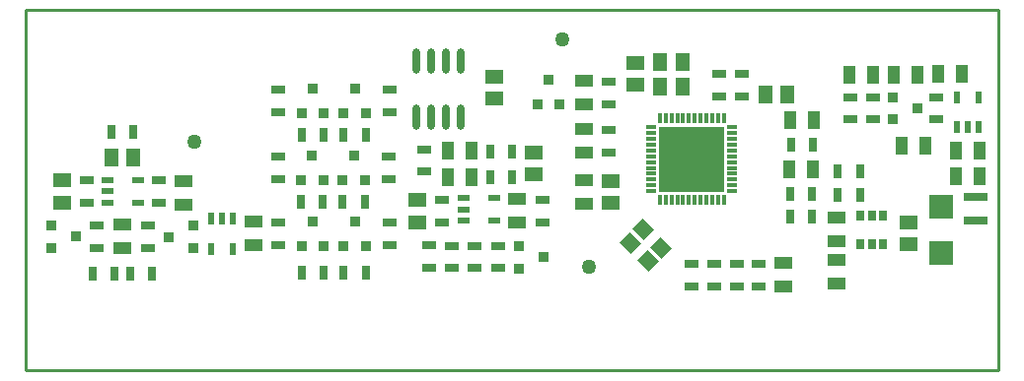
<source format=gtp>
G04*
G04 #@! TF.GenerationSoftware,Altium Limited,CircuitStudio,1.5.2 (30)*
G04*
G04 Layer_Color=7318015*
%FSLAX44Y44*%
%MOMM*%
G71*
G01*
G75*
%ADD11R,0.3048X0.8128*%
G04:AMPARAMS|DCode=12|XSize=1.4mm|YSize=1.2mm|CornerRadius=0mm|HoleSize=0mm|Usage=FLASHONLY|Rotation=315.000|XOffset=0mm|YOffset=0mm|HoleType=Round|Shape=Rectangle|*
%AMROTATEDRECTD12*
4,1,4,-0.9192,0.0707,-0.0707,0.9192,0.9192,-0.0707,0.0707,-0.9192,-0.9192,0.0707,0.0*
%
%ADD12ROTATEDRECTD12*%

%ADD13R,1.6000X1.3000*%
%ADD14O,0.6000X2.2000*%
%ADD15R,0.9144X0.8128*%
%ADD16R,1.3000X0.7000*%
%ADD17R,1.0000X1.5240*%
%ADD18R,1.5240X1.0000*%
%ADD19C,1.2700*%
%ADD20R,1.0000X0.6000*%
%ADD21R,0.7000X1.3000*%
%ADD22R,1.3000X1.6000*%
%ADD23R,2.0000X2.0000*%
%ADD24R,2.0000X0.8000*%
%ADD25R,0.8128X0.9144*%
%ADD26R,5.5880X5.5880*%
%ADD27R,0.8128X0.3048*%
%ADD28R,0.6500X0.9000*%
%ADD29R,0.6000X1.0000*%
%ADD30C,0.2540*%
D11*
X923446Y471598D02*
D03*
X928526D02*
D03*
X938432Y402002D02*
D03*
X933606D02*
D03*
X928526D02*
D03*
X923446D02*
D03*
X918620D02*
D03*
X913540D02*
D03*
X908460D02*
D03*
X903380D02*
D03*
X898554D02*
D03*
X893474D02*
D03*
X888394D02*
D03*
X883568D02*
D03*
Y471598D02*
D03*
X888394D02*
D03*
X893474D02*
D03*
X898554D02*
D03*
X903380D02*
D03*
X908460D02*
D03*
X913540D02*
D03*
X918620D02*
D03*
X933606D02*
D03*
X938432D02*
D03*
D12*
X873621Y349065D02*
D03*
X858065Y364621D02*
D03*
X884935Y360379D02*
D03*
X869378Y375935D02*
D03*
D13*
X741800Y488500D02*
D03*
Y507500D02*
D03*
X370500Y399500D02*
D03*
Y418500D02*
D03*
X775200Y423600D02*
D03*
Y442600D02*
D03*
X1097000Y382500D02*
D03*
Y363500D02*
D03*
X841160Y418050D02*
D03*
Y399050D02*
D03*
X862800Y500700D02*
D03*
Y519700D02*
D03*
X675400Y401500D02*
D03*
Y382500D02*
D03*
D14*
X712550Y521000D02*
D03*
X699850D02*
D03*
X687150D02*
D03*
X674450D02*
D03*
X712550Y473000D02*
D03*
X699850D02*
D03*
X687150D02*
D03*
X674450D02*
D03*
D15*
X1104788Y480626D02*
D03*
X1083612Y470974D02*
D03*
Y490126D02*
D03*
X461912Y369924D02*
D03*
X483088Y379576D02*
D03*
Y360424D02*
D03*
X382088Y370076D02*
D03*
X360912Y360424D02*
D03*
Y379576D02*
D03*
X783688Y352476D02*
D03*
X762512Y342824D02*
D03*
Y361976D02*
D03*
D16*
X1066500Y471000D02*
D03*
Y490000D02*
D03*
X1121000D02*
D03*
Y471000D02*
D03*
X1046950Y490050D02*
D03*
Y471050D02*
D03*
X681700Y445200D02*
D03*
Y426200D02*
D03*
X949400Y346600D02*
D03*
Y327600D02*
D03*
X839500Y461500D02*
D03*
Y442500D02*
D03*
X555750Y381900D02*
D03*
Y362900D02*
D03*
Y438750D02*
D03*
Y419750D02*
D03*
X651750Y381900D02*
D03*
Y362900D02*
D03*
X651000Y438750D02*
D03*
Y419750D02*
D03*
X968600Y327600D02*
D03*
Y346600D02*
D03*
X934100Y490900D02*
D03*
X954100D02*
D03*
X555750Y496400D02*
D03*
Y477400D02*
D03*
X651750Y496400D02*
D03*
Y477400D02*
D03*
X744700Y343298D02*
D03*
Y362298D02*
D03*
X724900Y362300D02*
D03*
Y343300D02*
D03*
X697000Y382500D02*
D03*
Y401500D02*
D03*
X685600Y343500D02*
D03*
Y362500D02*
D03*
X704800Y343300D02*
D03*
Y362300D02*
D03*
X782800Y401500D02*
D03*
Y382500D02*
D03*
X453500Y418500D02*
D03*
Y399500D02*
D03*
X391500D02*
D03*
Y418500D02*
D03*
X910750Y327600D02*
D03*
Y346600D02*
D03*
X929950Y327600D02*
D03*
Y346600D02*
D03*
X839500Y503000D02*
D03*
Y484000D02*
D03*
X400039Y379500D02*
D03*
Y360500D02*
D03*
X444500Y379500D02*
D03*
Y360500D02*
D03*
X954100Y509900D02*
D03*
X934100D02*
D03*
D17*
X1104410Y509550D02*
D03*
X1084090D02*
D03*
X701940Y444100D02*
D03*
X722260D02*
D03*
X702030Y421330D02*
D03*
X722350D02*
D03*
X1045970Y509550D02*
D03*
X1066290D02*
D03*
X1091340Y448000D02*
D03*
X1111660D02*
D03*
X1014960Y428100D02*
D03*
X994640D02*
D03*
X1138040Y421800D02*
D03*
X1158360D02*
D03*
X1122340Y510000D02*
D03*
X1142660D02*
D03*
X1015560Y470700D02*
D03*
X995240D02*
D03*
X1137840Y444000D02*
D03*
X1158160D02*
D03*
D18*
X474500Y397840D02*
D03*
Y418160D02*
D03*
X422500Y359840D02*
D03*
Y380160D02*
D03*
X761100Y381840D02*
D03*
Y402160D02*
D03*
X534900Y382910D02*
D03*
Y362590D02*
D03*
X1035000Y329640D02*
D03*
Y349960D02*
D03*
X1035000Y386160D02*
D03*
Y365840D02*
D03*
X818500Y398424D02*
D03*
Y418744D02*
D03*
X818500Y462460D02*
D03*
Y442140D02*
D03*
X989600Y326940D02*
D03*
Y347260D02*
D03*
X818500Y483500D02*
D03*
Y503820D02*
D03*
D19*
X799500Y540000D02*
D03*
X822500Y344000D02*
D03*
X484500Y452000D02*
D03*
D20*
X715538Y403130D02*
D03*
Y393630D02*
D03*
Y384130D02*
D03*
X741542D02*
D03*
Y403130D02*
D03*
X409497Y418499D02*
D03*
Y409000D02*
D03*
Y399500D02*
D03*
X435502D02*
D03*
Y418499D02*
D03*
D21*
X737690Y443330D02*
D03*
X756690D02*
D03*
X756690Y421330D02*
D03*
X737690D02*
D03*
X432000Y460000D02*
D03*
X413000D02*
D03*
X1055500Y426000D02*
D03*
X1036500D02*
D03*
Y406000D02*
D03*
X1055500D02*
D03*
X576250Y339400D02*
D03*
X595250D02*
D03*
X575500Y400400D02*
D03*
X594500D02*
D03*
X631250Y339400D02*
D03*
X612250D02*
D03*
X630500Y400400D02*
D03*
X611500D02*
D03*
X1014300Y406800D02*
D03*
X995300D02*
D03*
X576250Y457900D02*
D03*
X595250D02*
D03*
X631250D02*
D03*
X612250D02*
D03*
X1014900Y449400D02*
D03*
X995900D02*
D03*
X995500Y387000D02*
D03*
X1014500D02*
D03*
X448000Y338452D02*
D03*
X429000D02*
D03*
X396539D02*
D03*
X415539D02*
D03*
D22*
X902840Y520200D02*
D03*
X883840D02*
D03*
X902840Y498970D02*
D03*
X883840D02*
D03*
X974000Y492500D02*
D03*
X993000D02*
D03*
X413000Y438000D02*
D03*
X432000D02*
D03*
D23*
X1125000Y356000D02*
D03*
Y396000D02*
D03*
D24*
X1155000Y404000D02*
D03*
Y384000D02*
D03*
D25*
X585674Y382988D02*
D03*
X595326Y361812D02*
D03*
X576174D02*
D03*
X584924Y439988D02*
D03*
X594576Y418812D02*
D03*
X575424D02*
D03*
X621674Y382988D02*
D03*
X631326Y361812D02*
D03*
X612174D02*
D03*
X585674Y497488D02*
D03*
X595326Y476312D02*
D03*
X576174D02*
D03*
X621674Y497488D02*
D03*
X631326Y476312D02*
D03*
X612174D02*
D03*
X620924Y439988D02*
D03*
X630576Y418812D02*
D03*
X611424D02*
D03*
X778373Y484162D02*
D03*
X797525D02*
D03*
X787874Y505338D02*
D03*
D26*
X911000Y436800D02*
D03*
D27*
X945798Y464232D02*
D03*
Y459406D02*
D03*
Y454326D02*
D03*
Y449246D02*
D03*
Y444420D02*
D03*
Y439340D02*
D03*
Y434260D02*
D03*
Y429180D02*
D03*
Y424354D02*
D03*
Y419274D02*
D03*
Y414194D02*
D03*
Y409368D02*
D03*
X876202D02*
D03*
Y414194D02*
D03*
Y419274D02*
D03*
Y424354D02*
D03*
Y429180D02*
D03*
Y434260D02*
D03*
Y439340D02*
D03*
Y444420D02*
D03*
Y449246D02*
D03*
Y454326D02*
D03*
Y459406D02*
D03*
Y464232D02*
D03*
D28*
X1075000Y388000D02*
D03*
X1065500D02*
D03*
X1056000D02*
D03*
Y364000D02*
D03*
X1065500D02*
D03*
X1075000D02*
D03*
D29*
X517150Y385502D02*
D03*
X507650D02*
D03*
X498150D02*
D03*
Y359498D02*
D03*
X517150D02*
D03*
X1138500Y463998D02*
D03*
X1148000D02*
D03*
X1157500D02*
D03*
Y490002D02*
D03*
X1138500D02*
D03*
D30*
X339500Y255000D02*
Y565000D01*
X1174500D01*
Y255000D02*
Y565000D01*
X339500Y255000D02*
X1174500D01*
M02*

</source>
